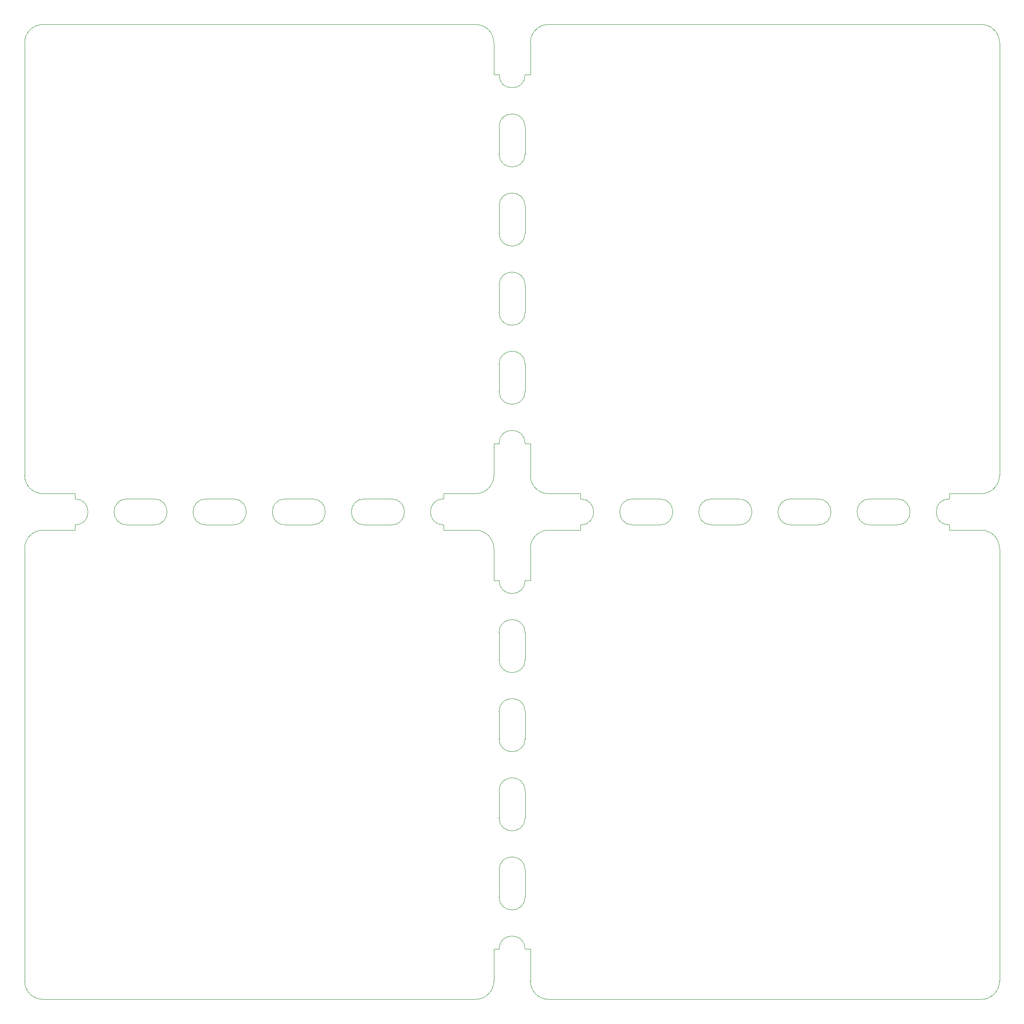
<source format=gm1>
G04 #@! TF.GenerationSoftware,KiCad,Pcbnew,(6.0.1)*
G04 #@! TF.CreationDate,2023-03-04T23:45:46-05:00*
G04 #@! TF.ProjectId,InterfaceModule,496e7465-7266-4616-9365-4d6f64756c65,rev?*
G04 #@! TF.SameCoordinates,Original*
G04 #@! TF.FileFunction,Profile,NP*
%FSLAX46Y46*%
G04 Gerber Fmt 4.6, Leading zero omitted, Abs format (unit mm)*
G04 Created by KiCad (PCBNEW (6.0.1)) date 2023-03-04 23:45:46*
%MOMM*%
%LPD*%
G01*
G04 APERTURE LIST*
G04 #@! TA.AperFunction,Profile*
%ADD10C,0.100000*%
G04 #@! TD*
G04 APERTURE END LIST*
D10*
X177850000Y-106500000D02*
G75*
G03*
X177850000Y-101500000I0J2500000D01*
G01*
X30150000Y-101500000D02*
G75*
G03*
X30150000Y-106500000I0J-2500000D01*
G01*
X111000002Y-197499999D02*
X194000001Y-197500000D01*
X100500000Y-187849998D02*
X101500000Y-187849998D01*
X20150000Y-107500000D02*
X20150000Y-106500000D01*
X90850000Y-101500000D02*
X90850000Y-100500000D01*
X101500000Y-50500003D02*
G75*
G03*
X106500000Y-50500003I2500000J0D01*
G01*
X101500000Y-147499998D02*
G75*
G03*
X106500000Y-147499998I2500000J0D01*
G01*
X106500000Y-60500003D02*
X106500000Y-65700003D01*
X194000001Y-197500000D02*
G75*
G03*
X197500001Y-194000000I1J3499999D01*
G01*
X111000001Y-107500000D02*
G75*
G03*
X107500001Y-111000000I-1J-3499999D01*
G01*
X106500000Y-30150003D02*
X106500000Y-35325003D01*
X107500000Y-90850003D02*
X106500000Y-90850003D01*
X197500001Y-194000000D02*
X197500000Y-111000001D01*
X60500000Y-101500000D02*
G75*
G03*
X60500000Y-106500000I0J-2500000D01*
G01*
X157500000Y-101500000D02*
G75*
G03*
X157500000Y-106500000I0J-2500000D01*
G01*
X101500002Y-162674998D02*
G75*
G03*
X106500000Y-162674999I2499999J4D01*
G01*
X101500000Y-20150003D02*
G75*
G03*
X106500000Y-20150003I2500000J0D01*
G01*
X106500000Y-157499998D02*
X106500000Y-162674999D01*
X197500000Y-111000001D02*
G75*
G03*
X194000000Y-107500001I-3499999J1D01*
G01*
X101500001Y-162674998D02*
X101500000Y-157499998D01*
X75675000Y-101500000D02*
G75*
G03*
X75675000Y-106500000I0J-2500000D01*
G01*
X101500000Y-177849998D02*
G75*
G03*
X106500000Y-177849998I2500000J0D01*
G01*
X107500002Y-193999999D02*
G75*
G03*
X111000002Y-197499999I3499999J-1D01*
G01*
X117150000Y-106500000D02*
G75*
G03*
X117150000Y-101500000I0J2500000D01*
G01*
X106500000Y-142299998D02*
G75*
G03*
X101500000Y-142299998I-2500000J0D01*
G01*
X106499998Y-45325003D02*
G75*
G03*
X101500000Y-45325002I-2499999J-4D01*
G01*
X96999999Y-107500001D02*
X90850000Y-107500000D01*
X10500001Y-193999999D02*
X10500000Y-111000000D01*
X177850000Y-106500000D02*
X172675000Y-106500000D01*
X97000000Y-197500000D02*
G75*
G03*
X100500000Y-194000000I1J3499999D01*
G01*
X132325000Y-106500000D02*
G75*
G03*
X132325000Y-101500000I0J2500000D01*
G01*
X14000000Y-107500000D02*
X20150000Y-107500000D01*
X106500000Y-90850003D02*
G75*
G03*
X101500000Y-90850003I-2500000J0D01*
G01*
X147500000Y-106500000D02*
G75*
G03*
X147500000Y-101500000I0J2500000D01*
G01*
X10500001Y-193999999D02*
G75*
G03*
X14000001Y-197499999I3499999J-1D01*
G01*
X162675000Y-106500000D02*
G75*
G03*
X162675000Y-101500000I0J2500000D01*
G01*
X194000001Y-100500001D02*
G75*
G03*
X197500001Y-97000001I1J3499999D01*
G01*
X117150000Y-107500000D02*
X117150000Y-106500000D01*
X97000001Y-100500001D02*
X90850000Y-100500000D01*
X147500000Y-106500000D02*
X142300000Y-106500000D01*
X157500000Y-101500000D02*
X162675000Y-101500000D01*
X101500000Y-80850003D02*
X101500000Y-75675003D01*
X106500000Y-75675003D02*
X106500000Y-80850003D01*
X100500000Y-90850003D02*
X101500000Y-90850003D01*
X106500000Y-157499998D02*
G75*
G03*
X101500000Y-157499998I-2500000J0D01*
G01*
X101500000Y-177849998D02*
X101500000Y-172674998D01*
X20150000Y-106500000D02*
G75*
G03*
X20150000Y-101500000I0J2500000D01*
G01*
X194000001Y-100500001D02*
X187850000Y-100500000D01*
X194000000Y-107500001D02*
X187850000Y-107500000D01*
X100500000Y-117149998D02*
X101500000Y-117149998D01*
X14000001Y-10500001D02*
X97000000Y-10500002D01*
X107500001Y-14000001D02*
X107500000Y-20150003D01*
X100499999Y-111000001D02*
X100500000Y-117149998D01*
X106500000Y-172674998D02*
G75*
G03*
X101500000Y-172674998I-2500000J0D01*
G01*
X100500001Y-97000001D02*
X100500000Y-90850003D01*
X107500000Y-117149998D02*
X106500000Y-117149998D01*
X101500000Y-65700003D02*
X101500000Y-60500003D01*
X142300000Y-101500000D02*
G75*
G03*
X142300000Y-106500000I0J-2500000D01*
G01*
X127150000Y-101500000D02*
X132325000Y-101500000D01*
X107500000Y-187849998D02*
X106500000Y-187849998D01*
X90850000Y-107500000D02*
X90850000Y-106500000D01*
X35325000Y-106500000D02*
G75*
G03*
X35325000Y-101500000I0J2500000D01*
G01*
X100500000Y-14000002D02*
G75*
G03*
X97000000Y-10500002I-3499999J1D01*
G01*
X50500000Y-106500000D02*
X45300000Y-106500000D01*
X101500000Y-117149998D02*
G75*
G03*
X106500000Y-117149998I2500000J0D01*
G01*
X14000000Y-107500000D02*
G75*
G03*
X10500000Y-111000000I-1J-3499999D01*
G01*
X101500000Y-35325003D02*
G75*
G03*
X106500000Y-35325003I2500000J0D01*
G01*
X106500000Y-142299998D02*
X106500000Y-147499998D01*
X101500000Y-50500003D02*
X101500000Y-45325002D01*
X100500000Y-14000002D02*
X100500000Y-20150003D01*
X117150000Y-100500000D02*
X117150000Y-101500000D01*
X10500002Y-97000000D02*
X10500001Y-14000001D01*
X101500000Y-80850003D02*
G75*
G03*
X106500000Y-80850003I2500000J0D01*
G01*
X14000001Y-197499999D02*
X97000000Y-197500000D01*
X101500000Y-147499998D02*
X101500000Y-142299998D01*
X80850000Y-106500000D02*
X75675000Y-106500000D01*
X101500000Y-132324998D02*
X101500000Y-127149998D01*
X187850000Y-107500000D02*
X187850000Y-106500000D01*
X35325000Y-106500000D02*
X30150000Y-106500000D01*
X197500001Y-97000001D02*
X197500000Y-14000002D01*
X101500000Y-35325003D02*
X101500000Y-30150003D01*
X187850000Y-101500000D02*
G75*
G03*
X187850000Y-106500000I0J-2500000D01*
G01*
X172675000Y-101500000D02*
X177850000Y-101500000D01*
X107500001Y-111000000D02*
X107500000Y-117149998D01*
X101500000Y-132324998D02*
G75*
G03*
X106500000Y-132324998I2500000J0D01*
G01*
X80850000Y-106500000D02*
G75*
G03*
X80850000Y-101500000I0J2500000D01*
G01*
X127150000Y-101500000D02*
G75*
G03*
X127150000Y-106500000I0J-2500000D01*
G01*
X111000001Y-107500000D02*
X117150000Y-107500000D01*
X106500000Y-60500003D02*
G75*
G03*
X101500000Y-60500003I-2500000J0D01*
G01*
X10500002Y-97000000D02*
G75*
G03*
X14000002Y-100500000I3499999J-1D01*
G01*
X132325000Y-106500000D02*
X127150000Y-106500000D01*
X106499999Y-45325003D02*
X106500000Y-50500003D01*
X107500002Y-97000000D02*
G75*
G03*
X111000002Y-100500000I3499999J-1D01*
G01*
X90850000Y-101500000D02*
G75*
G03*
X90850000Y-106500000I0J-2500000D01*
G01*
X106500000Y-172674998D02*
X106500000Y-177849998D01*
X187850000Y-100500000D02*
X187850000Y-101500000D01*
X100500000Y-20150003D02*
X101500000Y-20150003D01*
X107500002Y-97000000D02*
X107500000Y-90850003D01*
X111000001Y-10500001D02*
X194000000Y-10500002D01*
X14000001Y-10500001D02*
G75*
G03*
X10500001Y-14000001I-1J-3499999D01*
G01*
X111000002Y-100500000D02*
X117150000Y-100500000D01*
X106500000Y-30150003D02*
G75*
G03*
X101500000Y-30150003I-2500000J0D01*
G01*
X50500000Y-106500000D02*
G75*
G03*
X50500000Y-101500000I0J2500000D01*
G01*
X45300000Y-101500000D02*
X50500000Y-101500000D01*
X30150000Y-101500000D02*
X35325000Y-101500000D01*
X106500000Y-127149998D02*
X106500000Y-132324998D01*
X106500000Y-127149998D02*
G75*
G03*
X101500000Y-127149998I-2500000J0D01*
G01*
X60500000Y-101500000D02*
X65675000Y-101500000D01*
X20150000Y-100500000D02*
X20150000Y-101500000D01*
X14000002Y-100500000D02*
X20150000Y-100500000D01*
X100499999Y-111000001D02*
G75*
G03*
X96999999Y-107500001I-3499999J1D01*
G01*
X162675000Y-106500000D02*
X157500000Y-106500000D01*
X65675000Y-106500000D02*
X60500000Y-106500000D01*
X172675000Y-101500000D02*
G75*
G03*
X172675000Y-106500000I0J-2500000D01*
G01*
X45300000Y-101500000D02*
G75*
G03*
X45300000Y-106500000I0J-2500000D01*
G01*
X142300000Y-101500000D02*
X147500000Y-101500000D01*
X111000001Y-10500001D02*
G75*
G03*
X107500001Y-14000001I-1J-3499999D01*
G01*
X101500000Y-65700003D02*
G75*
G03*
X106500000Y-65700003I2500000J0D01*
G01*
X75675000Y-101500000D02*
X80850000Y-101500000D01*
X106500000Y-75675003D02*
G75*
G03*
X101500000Y-75675003I-2500000J0D01*
G01*
X107500002Y-193999999D02*
X107500000Y-187849998D01*
X97000001Y-100500001D02*
G75*
G03*
X100500001Y-97000001I1J3499999D01*
G01*
X65675000Y-106500000D02*
G75*
G03*
X65675000Y-101500000I0J2500000D01*
G01*
X197500000Y-14000002D02*
G75*
G03*
X194000000Y-10500002I-3499999J1D01*
G01*
X106500000Y-187849998D02*
G75*
G03*
X101500000Y-187849998I-2500000J0D01*
G01*
X100500000Y-194000000D02*
X100500000Y-187849998D01*
X107500000Y-20150003D02*
X106500000Y-20150003D01*
M02*

</source>
